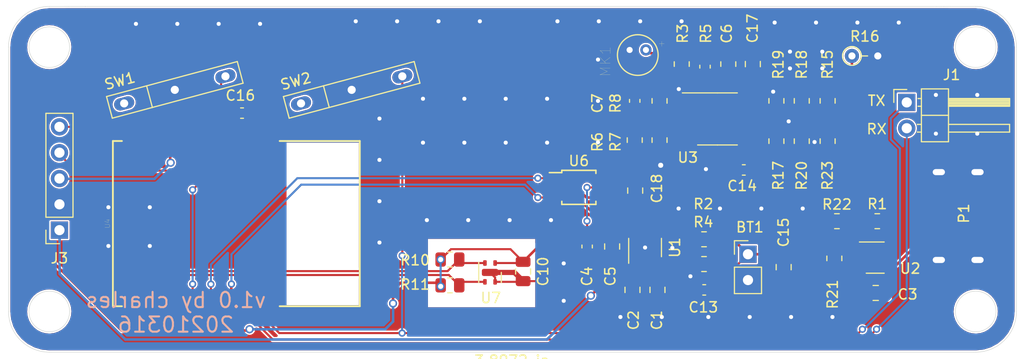
<source format=kicad_pcb>
(kicad_pcb (version 20171130) (host pcbnew "(5.1.9)-1")
  (title_block (date 2021-03-14) (rev v1.0))
  (layers (0 F.Cu signal) (31 B.Cu signal) (34 B.Paste user) (35 F.Paste user) (36 B.SilkS user) (37 F.SilkS user hide) (38 B.Mask user) (39 F.Mask user) (44 Edge.Cuts user))
  (net 0 "")
  (net 1 GND)
  (net 2 +BATT)
  (net 3 +5V)
  (net 4 +3V3)
  (net 5 "Net-(C6-Pad2)")
  (net 6 /RXD)
  (net 7 /TXD)
  (net 8 /SPI_MOSI)
  (net 9 /SPI_CLK)
  (net 10 /SPI_CS)
  (net 11 "Net-(R1-Pad1)")
  (net 12 /I2C_SCL)
  (net 13 /I2C_SDA)
  (net 14 "Net-(R21-Pad2)")
  (net 15 "Net-(SW1-Pad2)")
  (net 16 /CHARG)
  (net 17 /ADC_IN)
  (net 18 /ADC_CTRL_IN2)
  (net 19 /ADC_CTRL_IN1)
  (net 20 "Net-(R22-Pad2)")
  (net 21 "Net-(C6-Pad1)")
  (net 22 "Net-(C7-Pad2)")
  (net 23 /ADC_MIC)
  (net 24 /ADC_BATT)
  (net 25 /ADC_LUX)
  (net 26 "Net-(R5-Pad1)")
  (net 27 "Net-(R6-Pad2)")
  (net 28 "Net-(R15-Pad2)")
  (net 29 "Net-(R17-Pad1)")
  (net 30 "Net-(R18-Pad2)")
  (net 31 /COM2)
  (module Resistor_SMD:R_0805_2012Metric (layer F.Cu) (at 74.676 92.583)
    (fp_text reference R10 (at -3.42828 0.06836) (layer F.SilkS))
    (fp_text value 4.7k)
    (pad 2 smd roundrect (at 0.9125 0) (size 1.025 1.4) (layers F.Cu F.Paste F.Mask) (roundrect_rratio 0.2439004878048781) (net 12 /I2C_SCL))
    (pad 1 smd roundrect (at -0.9125 0) (size 1.025 1.4) (layers F.Cu F.Paste F.Mask) (roundrect_rratio 0.2439004878048781) (net 4 +3V3))
  )
  (module Sensor_Humidity:Sensirion_DFN-4-1EP_2x2mm_P1mm_EP0.7x1.6mm (layer F.Cu) (at 78.613 93.853 270)
    (fp_text reference U7 (at 2.50676 -0.07692 180) (layer F.SilkS))
    (fp_text value SHTC3)
    (pad 5 smd roundrect (at 0 0 270) (size 0.7 1.6) (layers F.Cu F.Mask) (net 1 GND))
    (pad 4 smd roundrect (at 0.925 -0.5 270) (size 0.55 0.35) (layers F.Cu F.Mask) (net 1 GND))
    (pad 3 smd roundrect (at 0.925 0.5 270) (size 0.55 0.35) (layers F.Cu F.Mask) (net 13 /I2C_SDA))
    (pad 2 smd roundrect (at -0.925 0.5 270) (size 0.55 0.35) (layers F.Cu F.Mask) (net 12 /I2C_SCL))
    (pad 1 smd roundrect (at -0.925 -0.5 270) (size 0.55 0.35) (layers F.Cu F.Mask) (net 4 +3V3))
  )
  (module "user footprint:SW_Push_Mouse_Click" (layer F.Cu) (at 65.024 75.8952 15)
    (fp_text reference SW2 (at -5.08 -2.23876 15) (layer F.SilkS))
    (fp_text value SW_Push_SPDT)
    (pad 2 thru_hole oval (at 5.15 0 15) (size 2 1.2) (drill 0.8) (layers *.Cu *.Mask) (net 7 /TXD))
    (pad 3 thru_hole oval (at 0 0 15) (size 2 1.2) (drill 0.8) (layers *.Cu *.Mask) (net 1 GND))
    (pad 1 thru_hole oval (at -5.15 0 15) (size 2 1.2) (drill 0.8) (layers *.Cu *.Mask))
  )
  (module "user footprint:ESP-12S" (layer F.Cu) (at 53.6956 89.0524 270)
    (fp_text reference U4 (at 0 12.6588 90) (layer F.SilkS) (effects (font (size 0.48 0.48) (thickness 0.015))))
    (fp_text value ESP-12S)
    (pad 1 smd rect (at -8 -3.5 270) (size 2.6 1.1) (layers F.Cu F.Paste F.Mask))
    (pad 2 smd rect (at -8 -1.5 270) (size 2.6 1.1) (layers F.Cu F.Paste F.Mask) (net 17 /ADC_IN))
    (pad 3 smd rect (at -8 0.5 270) (size 2.6 1.1) (layers F.Cu F.Paste F.Mask))
    (pad 4 smd rect (at -8 2.5 270) (size 2.6 1.1) (layers F.Cu F.Paste F.Mask) (net 16 /CHARG))
    (pad 5 smd rect (at -8 4.5 270) (size 2.6 1.1) (layers F.Cu F.Paste F.Mask) (net 9 /SPI_CLK))
    (pad 6 smd rect (at -8 6.5 270) (size 2.6 1.1) (layers F.Cu F.Paste F.Mask) (net 10 /SPI_CS))
    (pad 7 smd rect (at -8 8.5 270) (size 2.6 1.1) (layers F.Cu F.Paste F.Mask) (net 8 /SPI_MOSI))
    (pad 8 smd rect (at -8 10.5 270) (size 2.6 1.1) (layers F.Cu F.Paste F.Mask) (net 4 +3V3))
    (pad 9 smd rect (at 8 10.5 270) (size 2.6 1.1) (layers F.Cu F.Paste F.Mask) (net 1 GND))
    (pad 10 smd rect (at 8 8.5 270) (size 2.6 1.1) (layers F.Cu F.Paste F.Mask) (net 12 /I2C_SCL))
    (pad 11 smd rect (at 8 6.5 270) (size 2.6 1.1) (layers F.Cu F.Paste F.Mask) (net 13 /I2C_SDA))
    (pad 12 smd rect (at 8 4.5 270) (size 2.6 1.1) (layers F.Cu F.Paste F.Mask) (net 15 "Net-(SW1-Pad2)"))
    (pad 13 smd rect (at 8 2.5 270) (size 2.6 1.1) (layers F.Cu F.Paste F.Mask) (net 19 /ADC_CTRL_IN1))
    (pad 14 smd rect (at 8 0.5 270) (size 2.6 1.1) (layers F.Cu F.Paste F.Mask) (net 18 /ADC_CTRL_IN2))
    (pad 15 smd rect (at 8 -1.5 270) (size 2.6 1.1) (layers F.Cu F.Paste F.Mask) (net 6 /RXD))
    (pad 16 smd rect (at 8 -3.5 270) (size 2.6 1.1) (layers F.Cu F.Paste F.Mask) (net 7 /TXD))
    (pad P$1 smd rect (at 0 1.2 270) (size 3.2 3.2) (layers F.Cu F.Mask) (net 1 GND))
  )
  (module "user footprint:SW_Push_Mouse_Click" (layer F.Cu) (at 47.6504 75.8952 15)
    (fp_text reference SW1 (at -4.98892 -2.23876 15) (layer F.SilkS))
    (fp_text value SW_BOOT)
    (pad 2 thru_hole oval (at 5.15 0 15) (size 2 1.2) (drill 0.8) (layers *.Cu *.Mask) (net 15 "Net-(SW1-Pad2)"))
    (pad 3 thru_hole oval (at 0 0 15) (size 2 1.2) (drill 0.8) (layers *.Cu *.Mask) (net 1 GND))
    (pad 1 thru_hole oval (at -5.15 0 15) (size 2 1.2) (drill 0.8) (layers *.Cu *.Mask))
  )
  (module "user footprint:MIC_CMC_4.5x2.2mm" (layer F.Cu) (at 93.12692 72.46976 90)
    (fp_text reference MK1 (at -0.635195 -3.176015 90) (layer F.SilkS) (effects (font (size 1.000323 1.000323) (thickness 0.015))))
    (fp_text value Microphone_Condenser)
    (fp_text user + (at 1.10053 2.3011 90) (layer F.SilkS) (effects (font (size 0.640307 0.640307) (thickness 0.015))))
    (pad 2 thru_hole circle (at 0.5 0.8 90) (size 1.108 1.108) (drill 0.6) (layers *.Cu *.Mask) (net 5 "Net-(C6-Pad2)"))
    (pad 1 thru_hole circle (at 0.5 -0.8 90) (size 1.108 1.108) (drill 0.6) (layers *.Cu *.Mask) (net 1 GND))
  )
  (module Resistor_SMD:R_0805_2012Metric (layer F.Cu) (at 97.44492 73.35876 90)
    (fp_text reference R3 (at 3.00076 0.09108 90) (layer F.SilkS))
    (fp_text value R)
    (pad 2 smd roundrect (at 0.9125 0 90) (size 1.025 1.4) (layers F.Cu F.Paste F.Mask) (roundrect_rratio 0.2439004878048781) (net 5 "Net-(C6-Pad2)"))
    (pad 1 smd roundrect (at -0.9125 0 90) (size 1.025 1.4) (layers F.Cu F.Paste F.Mask) (roundrect_rratio 0.2439004878048781) (net 4 +3V3))
  )
  (module Capacitor_SMD:C_0805_2012Metric (layer F.Cu) (at 92.87292 85.80476 270)
    (fp_text reference C18 (at -0.20676 -2.12308 90) (layer F.SilkS))
    (fp_text value C)
    (pad 2 smd roundrect (at 0.95 0 270) (size 1 1.45) (layers F.Cu F.Paste F.Mask) (net 1 GND))
    (pad 1 smd roundrect (at -0.95 0 270) (size 1 1.45) (layers F.Cu F.Paste F.Mask) (net 4 +3V3))
  )
  (module Capacitor_SMD:C_0805_2012Metric (layer F.Cu) (at 104.42992 73.35876 90)
    (fp_text reference C17 (at 3.50876 -0.03592 90) (layer F.SilkS))
    (fp_text value C)
    (pad 2 smd roundrect (at 0.95 0 90) (size 1 1.45) (layers F.Cu F.Paste F.Mask) (net 1 GND))
    (pad 1 smd roundrect (at -0.95 0 90) (size 1 1.45) (layers F.Cu F.Paste F.Mask) (net 4 +3V3))
  )
  (module Capacitor_SMD:C_0603_1608Metric (layer F.Cu) (at 99.73092 73.61276 270)
    (fp_text reference C6 (at -3.25476 -2.12308 90) (layer F.SilkS))
    (fp_text value C)
    (pad 2 smd roundrect (at 0.775 0 270) (size 0.9 0.95) (layers F.Cu F.Paste F.Mask) (net 5 "Net-(C6-Pad2)"))
    (pad 1 smd roundrect (at -0.775 0 270) (size 0.9 0.95) (layers F.Cu F.Paste F.Mask) (net 21 "Net-(C6-Pad1)"))
  )
  (module Package_SO:SOIC-8_3.9x4.9mm_P1.27mm (layer F.Cu) (at 100.9544 78.7548)
    (fp_text reference U3 (at -2.9104 3.7952) (layer F.SilkS))
    (fp_text value LM358)
    (pad 8 smd roundrect (at 2.475 -1.905) (size 1.95 0.6) (layers F.Cu F.Paste F.Mask) (net 4 +3V3))
    (pad 7 smd roundrect (at 2.475 -0.635) (size 1.95 0.6) (layers F.Cu F.Paste F.Mask) (net 25 /ADC_LUX))
    (pad 6 smd roundrect (at 2.475 0.635) (size 1.95 0.6) (layers F.Cu F.Paste F.Mask) (net 30 "Net-(R18-Pad2)"))
    (pad 5 smd roundrect (at 2.475 1.905) (size 1.95 0.6) (layers F.Cu F.Paste F.Mask) (net 29 "Net-(R17-Pad1)"))
    (pad 4 smd roundrect (at -2.475 1.905) (size 1.95 0.6) (layers F.Cu F.Paste F.Mask) (net 1 GND))
    (pad 3 smd roundrect (at -2.475 0.635) (size 1.95 0.6) (layers F.Cu F.Paste F.Mask) (net 27 "Net-(R6-Pad2)"))
    (pad 2 smd roundrect (at -2.475 -0.635) (size 1.95 0.6) (layers F.Cu F.Paste F.Mask) (net 26 "Net-(R5-Pad1)"))
    (pad 1 smd roundrect (at -2.475 -1.905) (size 1.95 0.6) (layers F.Cu F.Paste F.Mask) (net 22 "Net-(C7-Pad2)"))
  )
  (module Capacitor_SMD:C_0603_1608Metric (layer F.Cu) (at 54.2544 78.1812 180)
    (fp_text reference C16 (at 0.16292 1.73076) (layer F.SilkS))
    (fp_text value C)
    (pad 2 smd roundrect (at 0.775 0 180) (size 0.9 0.95) (layers F.Cu F.Paste F.Mask) (net 1 GND))
    (pad 1 smd roundrect (at -0.775 0 180) (size 0.9 0.95) (layers F.Cu F.Paste F.Mask) (net 17 /ADC_IN))
  )
  (module Capacitor_SMD:C_0603_1608Metric (layer F.Cu) (at 99.6536 95.5696 180)
    (fp_text reference C13 (at 0.0856 -1.7124) (layer F.SilkS))
    (fp_text value 10nF)
    (pad 2 smd roundrect (at 0.775 0 180) (size 0.9 0.95) (layers F.Cu F.Paste F.Mask) (net 1 GND))
    (pad 1 smd roundrect (at -0.775 0 180) (size 0.9 0.95) (layers F.Cu F.Paste F.Mask) (net 24 /ADC_BATT))
  )
  (module Capacitor_SMD:C_0603_1608Metric (layer F.Cu) (at 103.54092 83.77276)
    (fp_text reference C14 (at -0.16292 1.57124) (layer F.SilkS))
    (fp_text value C)
    (pad 2 smd roundrect (at 0.775 0) (size 0.9 0.95) (layers F.Cu F.Paste F.Mask) (net 1 GND))
    (pad 1 smd roundrect (at -0.775 0) (size 0.9 0.95) (layers F.Cu F.Paste F.Mask) (net 25 /ADC_LUX))
  )
  (module Capacitor_SMD:C_0603_1608Metric (layer F.Cu) (at 92.8264 76.9768 90)
    (fp_text reference C7 (at -0.2392 -3.6724 90) (layer F.SilkS))
    (fp_text value C)
    (pad 2 smd roundrect (at 0.775 0 90) (size 0.9 0.95) (layers F.Cu F.Paste F.Mask) (net 22 "Net-(C7-Pad2)"))
    (pad 1 smd roundrect (at -0.775 0 90) (size 0.9 0.95) (layers F.Cu F.Paste F.Mask) (net 23 /ADC_MIC))
  )
  (module Capacitor_SMD:C_0603_1608Metric (layer F.Cu) (at 88.1528 91.3024 270)
    (fp_text reference C4 (at 2.9316 0.0148 90) (layer F.SilkS))
    (fp_text value 0.1uF)
    (pad 2 smd roundrect (at 0.775 0 270) (size 0.9 0.95) (layers F.Cu F.Paste F.Mask) (net 1 GND))
    (pad 1 smd roundrect (at -0.775 0 270) (size 0.9 0.95) (layers F.Cu F.Paste F.Mask) (net 4 +3V3))
  )
  (module Resistor_THT:R_Axial_DIN0204_L3.6mm_D1.6mm_P2.54mm_Vertical (layer F.Cu) (at 114.1624 72.5572)
    (fp_text reference R16 (at 1.27 -1.92) (layer F.SilkS))
    (fp_text value R_PHOTO)
    (pad 2 thru_hole oval (at 2.54 0) (size 1.4 1.4) (drill 0.7) (layers *.Cu *.Mask) (net 1 GND))
    (pad 1 thru_hole circle (at 0 0) (size 1.4 1.4) (drill 0.7) (layers *.Cu *.Mask) (net 28 "Net-(R15-Pad2)"))
  )
  (module Connector_PinHeader_2.54mm:PinHeader_1x02_P2.54mm_Horizontal (layer F.Cu) (at 119.5472 77.1292)
    (fp_text reference J1 (at 4.4048 -2.7072) (layer F.SilkS))
    (fp_text value Conn_01x02_Male)
    (pad 2 thru_hole oval (at 0 2.54) (size 1.7 1.7) (drill 1) (layers *.Cu *.Mask) (net 6 /RXD))
    (pad 1 thru_hole rect (at 0 0) (size 1.7 1.7) (drill 1) (layers *.Cu *.Mask) (net 7 /TXD))
  )
  (module Connector_PinHeader_2.54mm:PinHeader_1x02_P2.54mm_Vertical (layer F.Cu) (at 103.9516 92.0644)
    (fp_text reference BT1 (at 0.1884 -2.6564) (layer F.SilkS))
    (fp_text value Battery_Cell)
    (pad 2 thru_hole oval (at 0 2.54) (size 1.7 1.7) (drill 1) (layers *.Cu *.Mask) (net 1 GND))
    (pad 1 thru_hole rect (at 0 0) (size 1.7 1.7) (drill 1) (layers *.Cu *.Mask) (net 2 +BATT))
  )
  (module Resistor_SMD:R_0805_2012Metric (layer F.Cu) (at 111.7748 80.9373 90)
    (fp_text reference R23 (at -3.3907 -0.0148 90) (layer F.SilkS))
    (fp_text value 100)
    (pad 2 smd roundrect (at 0.9125 0 90) (size 1.025 1.4) (layers F.Cu F.Paste F.Mask) (roundrect_rratio 0.2439004878048781) (net 28 "Net-(R15-Pad2)"))
    (pad 1 smd roundrect (at -0.9125 0 90) (size 1.025 1.4) (layers F.Cu F.Paste F.Mask) (roundrect_rratio 0.2439004878048781) (net 25 /ADC_LUX))
  )
  (module Connector_PinSocket_2.54mm:PinSocket_1x05_P2.54mm_Vertical (layer F.Cu) (at 36.3208 89.6936 180)
    (fp_text reference J3 (at 0 -2.77) (layer F.SilkS))
    (fp_text value Conn_01x05_Female)
    (pad 5 thru_hole oval (at 0 10.16 180) (size 1.7 1.7) (drill 1) (layers *.Cu *.Mask) (net 8 /SPI_MOSI))
    (pad 4 thru_hole oval (at 0 7.62 180) (size 1.7 1.7) (drill 1) (layers *.Cu *.Mask) (net 9 /SPI_CLK))
    (pad 3 thru_hole oval (at 0 5.08 180) (size 1.7 1.7) (drill 1) (layers *.Cu *.Mask) (net 10 /SPI_CS))
    (pad 2 thru_hole oval (at 0 2.54 180) (size 1.7 1.7) (drill 1) (layers *.Cu *.Mask) (net 1 GND))
    (pad 1 thru_hole rect (at 0 0 180) (size 1.7 1.7) (drill 1) (layers *.Cu *.Mask) (net 2 +BATT))
  )
  (module Package_SO:MSOP-10_3x3mm_P0.5mm (layer F.Cu) (at 87.34 85.4858)
    (fp_text reference U6 (at 0 -2.6) (layer F.SilkS))
    (fp_text value SGM3002_XMS)
    (pad 10 smd rect (at 2.2 -1) (size 1.4 0.3) (layers F.Cu F.Paste F.Mask) (net 17 /ADC_IN))
    (pad 9 smd rect (at 2.2 -0.5) (size 1.4 0.3) (layers F.Cu F.Paste F.Mask) (net 23 /ADC_MIC))
    (pad 8 smd rect (at 2.2 0) (size 1.4 0.3) (layers F.Cu F.Paste F.Mask) (net 4 +3V3))
    (pad 7 smd rect (at 2.2 0.5) (size 1.4 0.3) (layers F.Cu F.Paste F.Mask) (net 25 /ADC_LUX))
    (pad 6 smd rect (at 2.2 1) (size 1.4 0.3) (layers F.Cu F.Paste F.Mask) (net 31 /COM2))
    (pad 5 smd rect (at -2.2 1) (size 1.4 0.3) (layers F.Cu F.Paste F.Mask) (net 18 /ADC_CTRL_IN2))
    (pad 4 smd rect (at -2.2 0.5) (size 1.4 0.3) (layers F.Cu F.Paste F.Mask) (net 24 /ADC_BATT))
    (pad 3 smd rect (at -2.2 0) (size 1.4 0.3) (layers F.Cu F.Paste F.Mask) (net 1 GND))
    (pad 2 smd rect (at -2.2 -0.5) (size 1.4 0.3) (layers F.Cu F.Paste F.Mask) (net 31 /COM2))
    (pad 1 smd rect (at -2.2 -1) (size 1.4 0.3) (layers F.Cu F.Paste F.Mask) (net 19 /ADC_CTRL_IN1))
  )
  (module Resistor_SMD:R_0805_2012Metric (layer F.Cu) (at 106.7456 80.9392 270)
    (fp_text reference R20 (at 3.3888 -2.4744 90) (layer F.SilkS))
    (fp_text value R)
    (pad 2 smd roundrect (at 0.9125 0 270) (size 1.025 1.4) (layers F.Cu F.Paste F.Mask) (roundrect_rratio 0.2439004878048781) (net 29 "Net-(R17-Pad1)"))
    (pad 1 smd roundrect (at -0.9125 0 270) (size 1.025 1.4) (layers F.Cu F.Paste F.Mask) (roundrect_rratio 0.2439004878048781) (net 25 /ADC_LUX))
  )
  (module Resistor_SMD:R_0805_2012Metric (layer F.Cu) (at 106.7456 76.9768 90)
    (fp_text reference R19 (at 3.5708 0.1884 90) (layer F.SilkS))
    (fp_text value R)
    (pad 2 smd roundrect (at 0.9125 0 90) (size 1.025 1.4) (layers F.Cu F.Paste F.Mask) (roundrect_rratio 0.2439004878048781) (net 1 GND))
    (pad 1 smd roundrect (at -0.9125 0 90) (size 1.025 1.4) (layers F.Cu F.Paste F.Mask) (roundrect_rratio 0.2439004878048781) (net 30 "Net-(R18-Pad2)"))
  )
  (module Resistor_SMD:R_0805_2012Metric (layer F.Cu) (at 109.2348 76.9768 270)
    (fp_text reference R18 (at -3.5708 0.0148 90) (layer F.SilkS))
    (fp_text value R)
    (pad 2 smd roundrect (at 0.9125 0 270) (size 1.025 1.4) (layers F.Cu F.Paste F.Mask) (roundrect_rratio 0.2439004878048781) (net 30 "Net-(R18-Pad2)"))
    (pad 1 smd roundrect (at -0.9125 0 270) (size 1.025 1.4) (layers F.Cu F.Paste F.Mask) (roundrect_rratio 0.2439004878048781) (net 4 +3V3))
  )
  (module Resistor_SMD:R_0805_2012Metric (layer F.Cu) (at 109.2348 80.9392 90)
    (fp_text reference R17 (at -3.3888 -2.3008 90) (layer F.SilkS))
    (fp_text value R)
    (pad 2 smd roundrect (at 0.9125 0 90) (size 1.025 1.4) (layers F.Cu F.Paste F.Mask) (roundrect_rratio 0.2439004878048781) (net 28 "Net-(R15-Pad2)"))
    (pad 1 smd roundrect (at -0.9125 0 90) (size 1.025 1.4) (layers F.Cu F.Paste F.Mask) (roundrect_rratio 0.2439004878048781) (net 29 "Net-(R17-Pad1)"))
  )
  (module Resistor_SMD:R_0805_2012Metric (layer F.Cu) (at 111.7748 76.9768 270)
    (fp_text reference R15 (at -3.5708 0.0148 90) (layer F.SilkS))
    (fp_text value R)
    (pad 2 smd roundrect (at 0.9125 0 270) (size 1.025 1.4) (layers F.Cu F.Paste F.Mask) (roundrect_rratio 0.2439004878048781) (net 28 "Net-(R15-Pad2)"))
    (pad 1 smd roundrect (at -0.9125 0 270) (size 1.025 1.4) (layers F.Cu F.Paste F.Mask) (roundrect_rratio 0.2439004878048781) (net 4 +3V3))
  )
  (module Resistor_SMD:R_0805_2012Metric (layer F.Cu) (at 95.2648 76.9787 270)
    (fp_text reference R8 (at 0.2373 4.3328 90) (layer F.SilkS))
    (fp_text value R)
    (pad 2 smd roundrect (at 0.9125 0 270) (size 1.025 1.4) (layers F.Cu F.Paste F.Mask) (roundrect_rratio 0.2439004878048781) (net 26 "Net-(R5-Pad1)"))
    (pad 1 smd roundrect (at -0.9125 0 270) (size 1.025 1.4) (layers F.Cu F.Paste F.Mask) (roundrect_rratio 0.2439004878048781) (net 22 "Net-(C7-Pad2)"))
  )
  (module Resistor_SMD:R_0805_2012Metric (layer F.Cu) (at 95.2648 80.8376 270)
    (fp_text reference R7 (at 0.1884 4.3328 90) (layer F.SilkS))
    (fp_text value R)
    (pad 2 smd roundrect (at 0.9125 0 270) (size 1.025 1.4) (layers F.Cu F.Paste F.Mask) (roundrect_rratio 0.2439004878048781) (net 1 GND))
    (pad 1 smd roundrect (at -0.9125 0 270) (size 1.025 1.4) (layers F.Cu F.Paste F.Mask) (roundrect_rratio 0.2439004878048781) (net 27 "Net-(R6-Pad2)"))
  )
  (module Resistor_SMD:R_0805_2012Metric (layer F.Cu) (at 92.8264 80.8376 90)
    (fp_text reference R6 (at -0.1884 -3.6724 90) (layer F.SilkS))
    (fp_text value R)
    (pad 2 smd roundrect (at 0.9125 0 90) (size 1.025 1.4) (layers F.Cu F.Paste F.Mask) (roundrect_rratio 0.2439004878048781) (net 27 "Net-(R6-Pad2)"))
    (pad 1 smd roundrect (at -0.9125 0 90) (size 1.025 1.4) (layers F.Cu F.Paste F.Mask) (roundrect_rratio 0.2439004878048781) (net 4 +3V3))
  )
  (module Resistor_SMD:R_0805_2012Metric (layer F.Cu) (at 102.01692 73.35876 90)
    (fp_text reference R5 (at 3.00076 -2.19492 90) (layer F.SilkS))
    (fp_text value R)
    (pad 2 smd roundrect (at 0.9125 0 90) (size 1.025 1.4) (layers F.Cu F.Paste F.Mask) (roundrect_rratio 0.2439004878048781) (net 21 "Net-(C6-Pad1)"))
    (pad 1 smd roundrect (at -0.9125 0 90) (size 1.025 1.4) (layers F.Cu F.Paste F.Mask) (roundrect_rratio 0.2439004878048781) (net 26 "Net-(R5-Pad1)"))
  )
  (module Resistor_SMD:R_0805_2012Metric (layer F.Cu) (at 99.6336 93.0296 180)
    (fp_text reference R4 (at 0.0656 4.1296) (layer F.SilkS))
    (fp_text value 10k)
    (pad 2 smd roundrect (at 0.9125 0 180) (size 1.025 1.4) (layers F.Cu F.Paste F.Mask) (roundrect_rratio 0.2439004878048781) (net 1 GND))
    (pad 1 smd roundrect (at -0.9125 0 180) (size 1.025 1.4) (layers F.Cu F.Paste F.Mask) (roundrect_rratio 0.2439004878048781) (net 24 /ADC_BATT))
  )
  (module Resistor_SMD:R_0805_2012Metric (layer F.Cu) (at 99.6336 90.5912)
    (fp_text reference R2 (at -0.0656 -3.4692) (layer F.SilkS))
    (fp_text value 20k)
    (pad 2 smd roundrect (at 0.9125 0) (size 1.025 1.4) (layers F.Cu F.Paste F.Mask) (roundrect_rratio 0.2439004878048781) (net 2 +BATT))
    (pad 1 smd roundrect (at -0.9125 0) (size 1.025 1.4) (layers F.Cu F.Paste F.Mask) (roundrect_rratio 0.2439004878048781) (net 24 /ADC_BATT))
  )
  (module Package_TO_SOT_SMD:SOT-23-5 (layer F.Cu) (at 93.8424 91.404 90)
    (fp_text reference U1 (at 0 2.9316 90) (layer F.SilkS))
    (fp_text value SPX3819M5-L-3-3)
    (pad 5 smd rect (at 1.1 -0.95 90) (size 1.06 0.65) (layers F.Cu F.Paste F.Mask) (net 4 +3V3))
    (pad 4 smd rect (at 1.1 0.95 90) (size 1.06 0.65) (layers F.Cu F.Paste F.Mask))
    (pad 3 smd rect (at -1.1 0.95 90) (size 1.06 0.65) (layers F.Cu F.Paste F.Mask) (net 2 +BATT))
    (pad 2 smd rect (at -1.1 0 90) (size 1.06 0.65) (layers F.Cu F.Paste F.Mask) (net 1 GND))
    (pad 1 smd rect (at -1.1 -0.95 90) (size 1.06 0.65) (layers F.Cu F.Paste F.Mask) (net 2 +BATT))
  )
  (module Package_TO_SOT_SMD:TSOT-23-5 (layer F.Cu) (at 116.4484 92.3692)
    (fp_text reference U2 (at 3.4396 1.1028) (layer F.SilkS))
    (fp_text value LTC4054ES5-4.2)
    (pad 5 smd rect (at 1.31 -0.95) (size 1.22 0.65) (layers F.Cu F.Paste F.Mask) (net 11 "Net-(R1-Pad1)"))
    (pad 4 smd rect (at 1.31 0.95) (size 1.22 0.65) (layers F.Cu F.Paste F.Mask) (net 3 +5V))
    (pad 3 smd rect (at -1.31 0.95) (size 1.22 0.65) (layers F.Cu F.Paste F.Mask) (net 14 "Net-(R21-Pad2)"))
    (pad 2 smd rect (at -1.31 0) (size 1.22 0.65) (layers F.Cu F.Paste F.Mask) (net 1 GND))
    (pad 1 smd rect (at -1.31 -0.95) (size 1.22 0.65) (layers F.Cu F.Paste F.Mask) (net 20 "Net-(R22-Pad2)"))
  )
  (module Resistor_SMD:R_0805_2012Metric (layer F.Cu) (at 112.6892 88.8132)
    (fp_text reference R22 (at 0 -1.65) (layer F.SilkS))
    (fp_text value 10k)
    (pad 2 smd roundrect (at 0.9125 0) (size 1.025 1.4) (layers F.Cu F.Paste F.Mask) (roundrect_rratio 0.2439004878048781) (net 20 "Net-(R22-Pad2)"))
    (pad 1 smd roundrect (at -0.9125 0) (size 1.025 1.4) (layers F.Cu F.Paste F.Mask) (roundrect_rratio 0.2439004878048781) (net 16 /CHARG))
  )
  (module "user footprint:USB_C_6PIN_POWER" (layer F.Cu) (at 129.0976 88.3052 90)
    (fp_text reference P1 (at 0.254 -3.937 90) (layer F.SilkS))
    (fp_text value USB_C_6PIN_POWER hide)
    (pad S1 thru_hole oval (at 4.32 -2.6 270) (size 1.1 1.7) (drill oval 0.6 1.2) (layers *.Cu *.Mask) (net 1 GND))
    (pad S1 thru_hole oval (at -4.32 -2.6 270) (size 1.1 1.7) (drill oval 0.6 1.2) (layers *.Cu *.Mask) (net 1 GND))
    (pad S1 thru_hole oval (at -4.32 -6.4 270) (size 1.1 1.7) (drill oval 0.6 1.2) (layers *.Cu *.Mask) (net 1 GND))
    (pad S1 thru_hole oval (at 4.32 -6.4 270) (size 1.1 1.7) (drill oval 0.6 1.2) (layers *.Cu *.Mask) (net 1 GND))
    (pad A5 smd rect (at -0.5 -6.4 270) (size 0.7 1.2) (layers F.Cu F.Paste F.Mask))
    (pad B5 smd rect (at 0.5 -6.4 270) (size 0.7 1.2) (layers F.Cu F.Paste F.Mask))
    (pad B9 smd rect (at -1.5 -6.4 90) (size 0.76 1.2) (layers F.Cu F.Paste F.Mask) (net 3 +5V))
    (pad B12 smd rect (at -2.75 -6.4 90) (size 0.8 1.2) (layers F.Cu F.Paste F.Mask) (net 1 GND))
    (pad A9 smd rect (at 1.5 -6.4 90) (size 0.76 1.2) (layers F.Cu F.Paste F.Mask) (net 3 +5V))
    (pad A12 smd rect (at 2.75 -6.4 90) (size 0.8 1.2) (layers F.Cu F.Paste F.Mask) (net 1 GND))
  )
  (module Resistor_SMD:R_0805_2012Metric (layer F.Cu) (at 112.4352 92.4708 270)
    (fp_text reference R21 (at 3.5412 0.1672 90) (layer F.SilkS))
    (fp_text value 0)
    (pad 2 smd roundrect (at 0.9125 0 270) (size 1.025 1.4) (layers F.Cu F.Paste F.Mask) (roundrect_rratio 0.2439004878048781) (net 14 "Net-(R21-Pad2)"))
    (pad 1 smd roundrect (at -0.9125 0 270) (size 1.025 1.4) (layers F.Cu F.Paste F.Mask) (roundrect_rratio 0.2439004878048781) (net 2 +BATT))
  )
  (module Resistor_SMD:R_0805_2012Metric (layer F.Cu) (at 74.676 95.123)
    (fp_text reference R11 (at -3.42828 -0.08404) (layer F.SilkS))
    (fp_text value 4.7k)
    (pad 2 smd roundrect (at 0.9125 0) (size 1.025 1.4) (layers F.Cu F.Paste F.Mask) (roundrect_rratio 0.2439004878048781) (net 13 /I2C_SDA))
    (pad 1 smd roundrect (at -0.9125 0) (size 1.025 1.4) (layers F.Cu F.Paste F.Mask) (roundrect_rratio 0.2439004878048781) (net 4 +3V3))
  )
  (module Resistor_SMD:R_0805_2012Metric (layer F.Cu) (at 116.6516 88.8132 180)
    (fp_text reference R1 (at 0 1.6912) (layer F.SilkS))
    (fp_text value 2k)
    (pad 2 smd roundrect (at 0.9125 0 180) (size 1.025 1.4) (layers F.Cu F.Paste F.Mask) (roundrect_rratio 0.2439004878048781) (net 1 GND))
    (pad 1 smd roundrect (at -0.9125 0 180) (size 1.025 1.4) (layers F.Cu F.Paste F.Mask) (roundrect_rratio 0.2439004878048781) (net 11 "Net-(R1-Pad1)"))
  )
  (module Capacitor_SMD:C_0805_2012Metric (layer F.Cu) (at 107.4568 93.3344 270)
    (fp_text reference C15 (at -3.4184 0.0148 90) (layer F.SilkS))
    (fp_text value 200uF)
    (pad 2 smd roundrect (at 0.95 0 270) (size 1 1.45) (layers F.Cu F.Paste F.Mask) (net 1 GND))
    (pad 1 smd roundrect (at -0.95 0 270) (size 1 1.45) (layers F.Cu F.Paste F.Mask) (net 2 +BATT))
  )
  (module Capacitor_SMD:C_0805_2012Metric (layer F.Cu) (at 81.86348 93.75924 270)
    (fp_text reference C10 (at 0 -1.95652 90) (layer F.SilkS))
    (fp_text value 100nF)
    (pad 2 smd roundrect (at 0.95 0 270) (size 1 1.45) (layers F.Cu F.Paste F.Mask) (net 1 GND))
    (pad 1 smd roundrect (at -0.95 0 270) (size 1 1.45) (layers F.Cu F.Paste F.Mask) (net 4 +3V3))
  )
  (module Capacitor_SMD:C_0805_2012Metric (layer F.Cu) (at 90.608134 91.3024 270)
    (fp_text reference C5 (at 2.9316 0.184134 90) (layer F.SilkS))
    (fp_text value 100uF)
    (pad 2 smd roundrect (at 0.95 0 270) (size 1 1.45) (layers F.Cu F.Paste F.Mask) (net 1 GND))
    (pad 1 smd roundrect (at -0.95 0 270) (size 1 1.45) (layers F.Cu F.Paste F.Mask) (net 4 +3V3))
  )
  (module Capacitor_SMD:C_0805_2012Metric (layer F.Cu) (at 116.4992 95.8744 180)
    (fp_text reference C3 (at -3.1348 -0.1376) (layer F.SilkS))
    (fp_text value 1uF)
    (pad 2 smd roundrect (at 0.95 0 180) (size 1 1.45) (layers F.Cu F.Paste F.Mask) (net 1 GND))
    (pad 1 smd roundrect (at -0.95 0 180) (size 1 1.45) (layers F.Cu F.Paste F.Mask) (net 3 +5V))
  )
  (module Capacitor_SMD:C_0805_2012Metric (layer F.Cu) (at 92.606267 95.5696 270)
    (fp_text reference C2 (at 2.9824 -0.103733 90) (layer F.SilkS))
    (fp_text value 0.1uF)
    (pad 2 smd roundrect (at 0.95 0 270) (size 1 1.45) (layers F.Cu F.Paste F.Mask) (net 1 GND))
    (pad 1 smd roundrect (at -0.95 0 270) (size 1 1.45) (layers F.Cu F.Paste F.Mask) (net 2 +BATT))
  )
  (module Capacitor_SMD:C_0805_2012Metric (layer F.Cu) (at 95.0616 95.5696 270)
    (fp_text reference C1 (at 2.9824 0.0656 90) (layer F.SilkS))
    (fp_text value 100uF)
    (pad 2 smd roundrect (at 0.95 0 270) (size 1 1.45) (layers F.Cu F.Paste F.Mask) (net 1 GND))
    (pad 1 smd roundrect (at -0.95 0 270) (size 1 1.45) (layers F.Cu F.Paste F.Mask) (net 2 +BATT))
  )
  (gr_text "v1.0 by charles\n20210316" (at 47.752 97.79) (layer B.SilkS) (effects (font (size 1.5 1.5) (thickness 0.2)) (justify mirror)))
  (gr_line (start 122.428 67.691) (end 123.19 67.691) (layer Edge.Cuts) (width 0.05))
  (gr_line (start 37.211 67.691) (end 38.862 67.691) (layer Edge.Cuts) (width 0.05))
  (gr_text TX (at 116.586 76.962) (layer F.SilkS) (effects (font (size 1 1))))
  (gr_text RX (at 116.586 79.756) (layer F.SilkS) (effects (font (size 1 1))))
  (gr_line (start 126.3208 67.6936) (end 123.19 67.691) (layer Edge.Cuts) (width 0.05))
  (gr_line (start 37.211 67.691) (end 35.3208 67.6936) (layer Edge.Cuts) (width 0.05))
  (gr_line (start 38.862 67.691) (end 38.862 67.691) (layer Edge.Cuts) (width 0.05))
  (dimension 98.990032 (width 0.12) (layer F.SilkS) (gr_text "98.990 mm" (at 80.773946 104.94176 0.04630428693) (layer F.SilkS) (effects (font (size 1 1) (thickness 0.15)))) (feature1 (pts (xy 130.26792 103.631728) (xy 130.268394 104.218181))) (feature2 (pts (xy 31.27792 103.711728) (xy 31.278394 104.298181))) (crossbar (pts (xy 31.27792 103.71176) (xy 130.26792 103.63176))) (arrow1a (pts (xy 130.26792 103.63176) (xy 129.141891 104.219091))) (arrow1b (pts (xy 130.26792 103.63176) (xy 129.140943 103.04625))) (arrow2a (pts (xy 31.27792 103.71176) (xy 32.404897 104.29727))) (arrow2b (pts (xy 31.27792 103.71176) (xy 32.403949 103.124429))))
  (gr_arc (start 126.3208 71.6936) (end 124.3208 71.6936) (angle 360) (layer Edge.Cuts) (width 0.05))
  (gr_arc (start 35.3208 71.6936) (end 33.3208 71.6936) (angle 360) (layer Edge.Cuts) (width 0.05))
  (gr_arc (start 35.3208 97.6936) (end 33.3208 97.6936) (angle 360) (layer Edge.Cuts) (width 0.05))
  (gr_arc (start 126.3208 97.6936) (end 124.3208 97.6936) (angle 360) (layer Edge.Cuts) (width 0.05))
  (gr_line (start 130.3208 71.6936) (end 130.3208 97.6936) (layer Edge.Cuts) (width 0.05))
  (gr_arc (start 126.3208 71.6936) (end 126.3208 67.6936) (angle 90) (layer Edge.Cuts) (width 0.05))
  (gr_arc (start 35.3208 97.6936) (end 35.3208 101.6936) (angle 90) (layer Edge.Cuts) (width 0.05))
  (gr_line (start 38.862 67.691) (end 122.428 67.691) (layer Edge.Cuts) (width 0.05))
  (gr_arc (start 126.3208 97.6936) (end 130.3208 97.6936) (angle 90) (layer Edge.Cuts) (width 0.05))
  (gr_arc (start 35.3208 71.6936) (end 31.3208 71.6936) (angle 90) (layer Edge.Cuts) (width 0.05))
  (gr_line (start 35.3208 101.6936) (end 126.3208 101.6936) (layer Edge.Cuts) (width 0.05))
  (gr_line (start 31.3208 71.6936) (end 31.3208 97.6936) (layer Edge.Cuts) (width 0.05))
  (segment (start 79.113 94.353) (end 78.613 93.853) (width 0.2032) (layer F.Cu) (net 1))
  (segment (start 79.113 94.778) (end 79.113 94.353) (width 0.2032) (layer F.Cu) (net 1))
  (segment (start 81.79472 94.778) (end 81.86348 94.70924) (width 0.2032) (layer F.Cu) (net 1))
  (segment (start 79.113 94.778) (end 81.79472 94.778) (width 0.2032) (layer F.Cu) (net 1))
  (via (at 95.377 83.312) (size 0.8) (drill 0.5) (layers F.Cu B.Cu) (net 1))
  (segment (start 95.2648 83.1998) (end 95.377 83.312) (width 0.2032) (layer F.Cu) (net 1))
  (segment (start 95.2648 81.7501) (end 95.2648 83.1998) (width 0.2032) (layer F.Cu) (net 1))
  (via (at 108.077 72.136) (size 0.7) (drill 0.4) (layers F.Cu B.Cu) (net 1))
  (via (at 111.252 72.136) (size 0.7) (drill 0.4) (layers F.Cu B.Cu) (net 1))
  (via (at 108.077 73.787) (size 0.7) (drill 0.4) (layers F.Cu B.Cu) (net 1))
  (via (at 111.252 73.787) (size 0.7) (drill 0.4) (layers F.Cu B.Cu) (net 1))
  (via (at 112.2492 98.2366) (size 0.7) (drill 0.4) (layers F.Cu B.Cu) (net 1))
  (via (at 108.1852 98.2366) (size 0.7) (drill 0.4) (layers F.Cu B.Cu) (net 1))
  (via (at 100.0572 98.2366) (size 0.7) (drill 0.4) (layers F.Cu B.Cu) (net 1))
  (via (at 104.1212 98.2366) (size 0.7) (drill 0.4) (layers F.Cu B.Cu) (net 1))
  (via (at 97.1362 87.5686) (size 0.7) (drill 0.4) (layers F.Cu B.Cu) (net 1))
  (via (at 109.3282 87.5686) (size 0.7) (drill 0.4) (layers F.Cu B.Cu) (net 1))
  (via (at 101.2002 87.5686) (size 0.7) (drill 0.4) (layers F.Cu B.Cu) (net 1))
  (via (at 105.2642 87.5686) (size 0.7) (drill 0.4) (layers F.Cu B.Cu) (net 1))
  (via (at 89.2196 81.0448) (size 0.7) (drill 0.4) (layers F.Cu B.Cu) (net 1))
  (via (at 89.2196 76.9808) (size 0.7) (drill 0.4) (layers F.Cu B.Cu) (net 1))
  (via (at 89.2196 72.9168) (size 0.7) (drill 0.4) (layers F.Cu B.Cu) (net 1))
  (via (at 56.0258 69.4034) (size 0.7) (drill 0.4) (layers F.Cu B.Cu) (net 1))
  (via (at 47.8978 69.4034) (size 0.7) (drill 0.4) (layers F.Cu B.Cu) (net 1))
  (via (at 43.8338 69.4034) (size 0.7) (drill 0.4) (layers F.Cu B.Cu) (net 1))
  (via (at 51.9618 69.4034) (size 0.7) (drill 0.4) (layers F.Cu B.Cu) (net 1))
  (via (at 73.5518 69.1494) (size 0.7) (drill 0.4) (layers F.Cu B.Cu) (net 1))
  (via (at 77.6158 69.1494) (size 0.7) (drill 0.4) (layers F.Cu B.Cu) (net 1))
  (via (at 69.4878 69.1494) (size 0.7) (drill 0.4) (layers F.Cu B.Cu) (net 1))
  (via (at 65.4238 69.1494) (size 0.7) (drill 0.4) (layers F.Cu B.Cu) (net 1))
  (via (at 93.3638 69.1494) (size 0.7) (drill 0.4) (layers F.Cu B.Cu) (net 1))
  (via (at 85.2358 69.1494) (size 0.7) (drill 0.4) (layers F.Cu B.Cu) (net 1))
  (via (at 89.2998 69.1494) (size 0.7) (drill 0.4) (layers F.Cu B.Cu) (net 1))
  (via (at 97.4278 69.1494) (size 0.7) (drill 0.4) (layers F.Cu B.Cu) (net 1))
  (via (at 110.6358 69.2764) (size 0.7) (drill 0.4) (layers F.Cu B.Cu) (net 1))
  (via (at 118.7638 69.2764) (size 0.7) (drill 0.4) (layers F.Cu B.Cu) (net 1))
  (via (at 114.6998 69.2764) (size 0.7) (drill 0.4) (layers F.Cu B.Cu) (net 1))
  (via (at 106.5718 69.2764) (size 0.7) (drill 0.4) (layers F.Cu B.Cu) (net 1))
  (via (at 80.1558 76.7694) (size 0.7) (drill 0.4) (layers F.Cu B.Cu) (net 1))
  (via (at 76.0918 76.7694) (size 0.7) (drill 0.4) (layers F.Cu B.Cu) (net 1))
  (via (at 84.2198 76.7694) (size 0.7) (drill 0.4) (layers F.Cu B.Cu) (net 1))
  (via (at 72.0278 76.7694) (size 0.7) (drill 0.4) (layers F.Cu B.Cu) (net 1))
  (via (at 84.2198 81.0874) (size 0.7) (drill 0.4) (layers F.Cu B.Cu) (net 1))
  (via (at 72.0278 81.0874) (size 0.7) (drill 0.4) (layers F.Cu B.Cu) (net 1))
  (via (at 76.0918 81.0874) (size 0.7) (drill 0.4) (layers F.Cu B.Cu) (net 1))
  (via (at 80.1558 81.0874) (size 0.7) (drill 0.4) (layers F.Cu B.Cu) (net 1))
  (via (at 80.5368 88.7074) (size 0.7) (drill 0.4) (layers F.Cu B.Cu) (net 1))
  (via (at 72.4088 88.7074) (size 0.7) (drill 0.4) (layers F.Cu B.Cu) (net 1))
  (via (at 84.6008 88.7074) (size 0.7) (drill 0.4) (layers F.Cu B.Cu) (net 1))
  (via (at 76.4728 88.7074) (size 0.7) (drill 0.4) (layers F.Cu B.Cu) (net 1))
  (via (at 67.7524 90.9132) (size 0.7) (drill 0.4) (layers F.Cu B.Cu) (net 1))
  (via (at 67.7524 78.7212) (size 0.7) (drill 0.4) (layers F.Cu B.Cu) (net 1))
  (via (at 67.7524 86.8492) (size 0.7) (drill 0.4) (layers F.Cu B.Cu) (net 1))
  (via (at 67.7524 82.7852) (size 0.7) (drill 0.4) (layers F.Cu B.Cu) (net 1))
  (via (at 41.1292 87.4416) (size 0.7) (drill 0.4) (layers F.Cu B.Cu) (net 1))
  (via (at 41.1292 91.2516) (size 0.7) (drill 0.4) (layers F.Cu B.Cu) (net 1))
  (via (at 45.1932 87.4416) (size 0.7) (drill 0.4) (layers F.Cu B.Cu) (net 1))
  (via (at 45.1932 91.2516) (size 0.7) (drill 0.4) (layers F.Cu B.Cu) (net 1))
  (via (at 85.852 92.964) (size 0.7) (drill 0.4) (layers F.Cu B.Cu) (net 1))
  (via (at 85.852 96.647) (size 0.7) (drill 0.4) (layers F.Cu B.Cu) (net 1))
  (via (at 98.298 94.234) (size 0.7) (drill 0.4) (layers F.Cu B.Cu) (net 1))
  (via (at 93.8424 91.404) (size 0.7) (drill 0.4) (layers F.Cu B.Cu) (net 1))
  (via (at 96.52 91.44) (size 0.7) (drill 0.4) (layers F.Cu B.Cu) (net 1))
  (via (at 91.4212 98.2366) (size 0.7) (drill 0.4) (layers F.Cu B.Cu) (net 1))
  (via (at 95.4852 98.2366) (size 0.7) (drill 0.4) (layers F.Cu B.Cu) (net 1))
  (via (at 106.426 76.073) (size 0.7) (drill 0.4) (layers F.Cu B.Cu) (net 1))
  (via (at 107.95 78.994) (size 0.7) (drill 0.4) (layers F.Cu B.Cu) (net 1))
  (via (at 110.49 81.026) (size 0.7) (drill 0.4) (layers F.Cu B.Cu) (net 1))
  (via (at 99.822 83.693) (size 0.7) (drill 0.4) (layers F.Cu B.Cu) (net 1))
  (via (at 97.155 75.819) (size 0.7) (drill 0.4) (layers F.Cu B.Cu) (net 1))
  (via (at 122.4092 76.3926) (size 0.7) (drill 0.4) (layers F.Cu B.Cu) (net 1))
  (via (at 126.4732 80.2026) (size 0.7) (drill 0.4) (layers F.Cu B.Cu) (net 1))
  (via (at 126.4732 76.3926) (size 0.7) (drill 0.4) (layers F.Cu B.Cu) (net 1))
  (via (at 122.4092 80.2026) (size 0.7) (drill 0.4) (layers F.Cu B.Cu) (net 1))
  (segment (start 81.00724 93.853) (end 81.86348 94.70924) (width 0.508) (layer F.Cu) (net 1))
  (segment (start 78.613 93.853) (end 81.00724 93.853) (width 0.508) (layer F.Cu) (net 1))
  (segment (start 81.86348 94.70924) (end 83.34476 94.70924) (width 0.2032) (layer F.Cu) (net 1))
  (segment (start 108.2829 91.5583) (end 107.4568 92.3844) (width 0.25) (layer F.Cu) (net 2))
  (segment (start 112.4352 91.5583) (end 108.2829 91.5583) (width 0.25) (layer F.Cu) (net 2))
  (segment (start 107.1368 92.0644) (end 107.4568 92.3844) (width 0.25) (layer F.Cu) (net 2))
  (segment (start 103.9516 92.0644) (end 107.1368 92.0644) (width 0.25) (layer F.Cu) (net 2))
  (segment (start 102.4784 90.5912) (end 103.9516 92.0644) (width 0.25) (layer F.Cu) (net 2))
  (segment (start 100.5461 90.5912) (end 102.4784 90.5912) (width 0.25) (layer F.Cu) (net 2))
  (segment (start 92.8924 94.333467) (end 92.606267 94.6196) (width 0.25) (layer F.Cu) (net 2))
  (segment (start 92.8924 92.504) (end 92.8924 94.333467) (width 0.25) (layer F.Cu) (net 2))
  (segment (start 94.7924 94.3504) (end 95.0616 94.6196) (width 0.25) (layer F.Cu) (net 2))
  (segment (start 94.7924 92.504) (end 94.7924 94.3504) (width 0.25) (layer F.Cu) (net 2))
  (segment (start 95.0616 94.6196) (end 95.97276 94.6196) (width 0.2032) (layer F.Cu) (net 2))
  (segment (start 95.97276 94.6196) (end 98.07992 96.72676) (width 0.2032) (layer F.Cu) (net 2))
  (segment (start 98.07992 96.72676) (end 101.25492 96.72676) (width 0.2032) (layer F.Cu) (net 2))
  (segment (start 101.25492 96.72676) (end 102.39792 95.58376) (width 0.2032) (layer F.Cu) (net 2))
  (segment (start 102.39792 93.61808) (end 103.9516 92.0644) (width 0.2032) (layer F.Cu) (net 2))
  (segment (start 102.39792 95.58376) (end 102.39792 93.61808) (width 0.2032) (layer F.Cu) (net 2))
  (segment (start 95.0616 94.6196) (end 92.606267 94.6196) (width 0.254) (layer F.Cu) (net 2))
  (via (at 88.519 96.139) (size 0.8) (drill 0.5) (layers F.Cu B.Cu) (net 2))
  (segment (start 90.0384 94.6196) (end 92.606267 94.6196) (width 0.254) (layer F.Cu) (net 2))
  (segment (start 88.519 96.139) (end 90.0384 94.6196) (width 0.254) (layer F.Cu) (net 2))
  (segment (start 84.208999 100.449001) (end 88.519 96.139) (width 0.254) (layer B.Cu) (net 2))
  (segment (start 42.791001 100.449001) (end 84.208999 100.449001) (width 0.254) (layer B.Cu) (net 2))
  (segment (start 36.3368 93.9948) (end 42.791001 100.449001) (width 0.254) (layer B.Cu) (net 2))
  (segment (start 36.3368 89.88) (end 36.3368 93.9948) (width 0.254) (layer B.Cu) (net 2))
  (segment (start 35.778 89.3212) (end 36.3368 89.88) (width 0.254) (layer B.Cu) (net 2))
  (segment (start 118.3336 93.3192) (end 117.7584 93.3192) (width 0.25) (layer F.Cu) (net 3))
  (segment (start 121.8476 89.8052) (end 118.3336 93.3192) (width 0.25) (layer F.Cu) (net 3))
  (segment (start 122.6976 89.8052) (end 121.8476 89.8052) (width 0.25) (layer F.Cu) (net 3))
  (segment (start 117.4492 93.6284) (end 117.7584 93.3192) (width 0.25) (layer F.Cu) (net 3))
  (segment (start 117.4492 95.8744) (end 117.4492 93.6284) (width 0.25) (layer F.Cu) (net 3))
  (segment (start 123.5476 86.8052) (end 123.86092 87.11852) (width 0.25) (layer F.Cu) (net 3))
  (segment (start 122.6976 86.8052) (end 123.5476 86.8052) (width 0.25) (layer F.Cu) (net 3))
  (segment (start 123.5476 89.8052) (end 122.6976 89.8052) (width 0.25) (layer F.Cu) (net 3))
  (segment (start 123.86092 89.49188) (end 123.5476 89.8052) (width 0.25) (layer F.Cu) (net 3))
  (segment (start 123.86092 87.11852) (end 123.86092 89.49188) (width 0.25) (layer F.Cu) (net 3))
  (segment (start 109.2348 76.0643) (end 111.7748 76.0643) (width 0.16) (layer F.Cu) (net 4))
  (segment (start 104.30292 75.97628) (end 103.4294 76.8498) (width 0.16) (layer F.Cu) (net 4))
  (segment (start 104.30292 74.38776) (end 104.30292 75.97628) (width 0.16) (layer F.Cu) (net 4))
  (segment (start 107.55826 74.38776) (end 104.30292 74.38776) (width 0.16) (layer F.Cu) (net 4))
  (segment (start 109.2348 76.0643) (end 107.55826 74.38776) (width 0.16) (layer F.Cu) (net 4))
  (segment (start 92.87292 81.79662) (end 92.8264 81.7501) (width 0.16) (layer F.Cu) (net 4))
  (segment (start 92.87292 84.85476) (end 92.87292 81.79662) (width 0.16) (layer F.Cu) (net 4))
  (segment (start 92.844 90.3524) (end 92.8924 90.304) (width 0.25) (layer F.Cu) (net 4))
  (segment (start 90.608134 90.3524) (end 92.844 90.3524) (width 0.25) (layer F.Cu) (net 4))
  (segment (start 90.433134 90.5274) (end 90.608134 90.3524) (width 0.25) (layer F.Cu) (net 4))
  (segment (start 88.1528 90.5274) (end 90.433134 90.5274) (width 0.25) (layer F.Cu) (net 4))
  (segment (start 84.14532 90.5274) (end 81.86348 92.80924) (width 0.25) (layer F.Cu) (net 4))
  (segment (start 88.1528 90.5274) (end 84.14532 90.5274) (width 0.25) (layer F.Cu) (net 4))
  (segment (start 92.87292 84.85476) (end 91.79092 84.85476) (width 0.25) (layer F.Cu) (net 4))
  (segment (start 91.15988 85.4858) (end 89.54 85.4858) (width 0.25) (layer F.Cu) (net 4))
  (segment (start 91.79092 84.85476) (end 91.15988 85.4858) (width 0.25) (layer F.Cu) (net 4))
  (segment (start 101.38192 73.35876) (end 103.47992 73.35876) (width 0.25) (layer F.Cu) (net 4))
  (segment (start 103.47992 73.35876) (end 104.42992 74.30876) (width 0.25) (layer F.Cu) (net 4))
  (segment (start 100.74692 73.99376) (end 101.38192 73.35876) (width 0.25) (layer F.Cu) (net 4))
  (segment (start 100.23892 75.26376) (end 100.74692 74.75576) (width 0.25) (layer F.Cu) (net 4))
  (segment (start 98.43742 75.26376) (end 100.23892 75.26376) (width 0.25) (layer F.Cu) (net 4))
  (segment (start 100.74692 74.75576) (end 100.74692 73.99376) (width 0.25) (layer F.Cu) (net 4))
  (segment (start 97.44492 74.27126) (end 98.43742 75.26376) (width 0.25) (layer F.Cu) (net 4))
  (via (at 88.138 88.7984) (size 0.7) (drill 0.4) (layers F.Cu B.Cu) (net 4))
  (segment (start 88.1528 88.8132) (end 88.138 88.7984) (width 0.2032) (layer F.Cu) (net 4))
  (segment (start 88.1528 90.5274) (end 88.1528 88.8132) (width 0.2032) (layer F.Cu) (net 4))
  (via (at 88.138 85.4964) (size 0.7) (drill 0.4) (layers F.Cu B.Cu) (net 4))
  (segment (start 88.138 88.7984) (end 88.138 85.4964) (width 0.2032) (layer B.Cu) (net 4))
  (segment (start 89.5294 85.4964) (end 89.54 85.4858) (width 0.2032) (layer F.Cu) (net 4))
  (segment (start 88.138 85.4964) (end 89.5294 85.4964) (width 0.2032) (layer F.Cu) (net 4))
  (segment (start 95.863324 84.85476) (end 100.1268 80.591284) (width 0.254) (layer F.Cu) (net 4))
  (segment (start 92.87292 84.85476) (end 95.863324 84.85476) (width 0.254) (layer F.Cu) (net 4))
  (segment (start 100.1268 77.952288) (end 103.453888 74.6252) (width 0.254) (layer F.Cu) (net 4))
  (segment (start 100.1268 80.591284) (end 100.1268 77.952288) (width 0.254) (layer F.Cu) (net 4))
  (segment (start 104.11348 74.6252) (end 104.42992 74.30876) (width 0.254) (layer F.Cu) (net 4))
  (segment (start 103.453888 74.6252) (end 104.11348 74.6252) (width 0.254) (layer F.Cu) (net 4))
  (via (at 54.991 99.441) (size 0.8) (drill 0.5) (layers F.Cu B.Cu) (net 4))
  (segment (start 53.213 99.568) (end 54.864 99.568) (width 0.254) (layer F.Cu) (net 4))
  (segment (start 54.864 99.568) (end 54.991 99.441) (width 0.254) (layer F.Cu) (net 4))
  (segment (start 53.213 99.568) (end 53.467 99.568) (width 0.254) (layer F.Cu) (net 4))
  (via (at 69.088 96.901) (size 0.8) (drill 0.5) (layers F.Cu B.Cu) (net 4))
  (segment (start 69.088 95.631) (end 69.088 96.901) (width 0.254) (layer F.Cu) (net 4))
  (segment (start 69.85 94.869) (end 69.088 95.631) (width 0.254) (layer F.Cu) (net 4))
  (segment (start 73.5095 94.869) (end 69.85 94.869) (width 0.254) (layer F.Cu) (net 4))
  (segment (start 73.7635 95.123) (end 73.5095 94.869) (width 0.254) (layer F.Cu) (net 4))
  (segment (start 69.088 98.679) (end 69.088 96.901) (width 0.254) (layer B.Cu) (net 4))
  (segment (start 68.326 99.441) (end 69.088 98.679) (width 0.254) (layer B.Cu) (net 4))
  (segment (start 54.991 99.441) (end 68.326 99.441) (width 0.254) (layer B.Cu) (net 4))
  (segment (start 81.74472 92.928) (end 81.86348 92.80924) (width 0.2032) (layer F.Cu) (net 4))
  (segment (start 79.113 92.928) (end 81.74472 92.928) (width 0.2032) (layer F.Cu) (net 4))
  (segment (start 73.7635 92.583) (end 74.7795 91.567) (width 0.2032) (layer F.Cu) (net 4))
  (segment (start 80.62124 91.567) (end 81.86348 92.80924) (width 0.2032) (layer F.Cu) (net 4))
  (segment (start 74.7795 91.567) (end 80.62124 91.567) (width 0.2032) (layer F.Cu) (net 4))
  (via (at 73.7635 92.583) (size 0.8) (drill 0.5) (layers F.Cu B.Cu) (net 4))
  (segment (start 73.7635 92.583) (end 73.7635 95.2265) (width 0.2032) (layer B.Cu) (net 4))
  (via (at 73.7635 95.2265) (size 0.8) (drill 0.5) (layers F.Cu B.Cu) (net 4))
  (segment (start 34.9398 92.0898) (end 42.418 99.568) (width 0.254) (layer F.Cu) (net 4))
  (segment (start 34.9398 81.3456) (end 34.9398 92.0898) (width 0.254) (layer F.Cu) (net 4))
  (segment (start 42.418 99.568) (end 53.213 99.568) (width 0.254) (layer F.Cu) (net 4))
  (segment (start 35.4478 80.8376) (end 34.9398 81.3456) (width 0.254) (layer F.Cu) (net 4))
  (segment (start 42.9808 80.8376) (end 35.4478 80.8376) (width 0.254) (layer F.Cu) (net 4))
  (segment (start 43.1956 81.0524) (end 42.9808 80.8376) (width 0.254) (layer F.Cu) (net 4))
  (segment (start 99.73092 74.50176) (end 99.73092 74.38776) (width 0.16) (layer F.Cu) (net 5))
  (segment (start 97.78942 72.44626) (end 99.73092 74.38776) (width 0.25) (layer F.Cu) (net 5))
  (segment (start 97.44492 72.44626) (end 97.78942 72.44626) (width 0.25) (layer F.Cu) (net 5))
  (segment (start 97.585018 72.2884) (end 97.844928 72.54831) (width 0.25) (layer F.Cu) (net 5))
  (segment (start 94.24556 72.2884) (end 97.585018 72.2884) (width 0.25) (layer F.Cu) (net 5))
  (segment (start 93.92692 71.96976) (end 94.24556 72.2884) (width 0.25) (layer F.Cu) (net 5))
  (via (at 116.586 99.441) (size 0.7) (drill 0.4) (layers F.Cu B.Cu) (net 6))
  (segment (start 119.5472 96.4798) (end 116.586 99.441) (width 0.2032) (layer B.Cu) (net 6))
  (segment (start 119.5472 79.6692) (end 119.5472 96.4798) (width 0.2032) (layer B.Cu) (net 6))
  (segment (start 57.277 100.457) (end 115.57 100.457) (width 0.2032) (layer F.Cu) (net 6))
  (segment (start 115.57 100.457) (end 116.586 99.441) (width 0.2032) (layer F.Cu) (net 6))
  (segment (start 55.1956 98.3756) (end 57.277 100.457) (width 0.2032) (layer F.Cu) (net 6))
  (segment (start 55.1956 97.0524) (end 55.1956 98.3756) (width 0.2032) (layer F.Cu) (net 6))
  (segment (start 119.5472 77.1292) (end 117.983 78.6934) (width 0.2032) (layer B.Cu) (net 7))
  (segment (start 117.983 78.6934) (end 117.983 80.772) (width 0.2032) (layer B.Cu) (net 7))
  (segment (start 117.983 80.772) (end 118.872 81.661) (width 0.2032) (layer B.Cu) (net 7))
  (segment (start 118.872 81.661) (end 118.872 95.885) (width 0.2032) (layer B.Cu) (net 7))
  (segment (start 115.316 99.441) (end 115.189 99.441) (width 0.2032) (layer B.Cu) (net 7))
  (via (at 115.189 99.441) (size 0.7) (drill 0.4) (layers F.Cu B.Cu) (net 7))
  (segment (start 118.872 95.885) (end 115.316 99.441) (width 0.2032) (layer B.Cu) (net 7))
  (segment (start 69.998518 74.443518) (end 69.998518 74.562282) (width 0.2032) (layer F.Cu) (net 7))
  (via (at 69.977 92.202) (size 0.7) (drill 0.4) (layers F.Cu B.Cu) (net 7))
  (segment (start 69.998518 92.180482) (end 69.977 92.202) (width 0.2032) (layer F.Cu) (net 7))
  (segment (start 69.998518 74.562282) (end 69.998518 92.180482) (width 0.2032) (layer F.Cu) (net 7))
  (via (at 69.977 99.822) (size 0.7) (drill 0.4) (layers F.Cu B.Cu) (net 7))
  (segment (start 69.977 92.202) (end 69.977 99.822) (width 0.2032) (layer B.Cu) (net 7))
  (segment (start 57.1956 99.1056) (end 57.1956 97.0524) (width 0.2032) (layer F.Cu) (net 7))
  (segment (start 57.912 99.822) (end 57.1956 99.1056) (width 0.2032) (layer F.Cu) (net 7))
  (segment (start 114.808 99.822) (end 57.912 99.822) (width 0.2032) (layer F.Cu) (net 7))
  (segment (start 115.189 99.441) (end 114.808 99.822) (width 0.2032) (layer F.Cu) (net 7))
  (segment (start 45.1956 79.5492) (end 45.1956 81.0524) (width 0.2032) (layer F.Cu) (net 8))
  (segment (start 43.979682 79.5336) (end 45.18 79.5336) (width 0.2032) (layer F.Cu) (net 8))
  (segment (start 43.946881 79.500799) (end 43.979682 79.5336) (width 0.2032) (layer F.Cu) (net 8))
  (segment (start 42.444319 79.500799) (end 43.946881 79.500799) (width 0.2032) (layer F.Cu) (net 8))
  (segment (start 45.18 79.5336) (end 45.1956 79.5492) (width 0.2032) (layer F.Cu) (net 8))
  (segment (start 42.411518 79.5336) (end 42.444319 79.500799) (width 0.2032) (layer F.Cu) (net 8))
  (segment (start 36.1504 79.5336) (end 42.411518 79.5336) (width 0.2032) (layer F.Cu) (net 8))
  (segment (start 35.778 79.1612) (end 36.1504 79.5336) (width 0.2032) (layer F.Cu) (net 8))
  (segment (start 48.243398 83.836602) (end 49.1956 82.8844) (width 0.2032) (layer F.Cu) (net 9))
  (segment (start 37.913402 83.836602) (end 48.243398 83.836602) (width 0.2032) (layer F.Cu) (net 9))
  (segment (start 49.1956 82.8844) (end 49.1956 81.0524) (width 0.2032) (layer F.Cu) (net 9))
  (segment (start 35.778 81.7012) (end 37.913402 83.836602) (width 0.2032) (layer F.Cu) (net 9))
  (via (at 47.244008 83.058) (size 0.8) (drill 0.5) (layers F.Cu B.Cu) (net 10))
  (segment (start 47.1956 81.0524) (end 47.1956 83.009592) (width 0.254) (layer F.Cu) (net 10))
  (segment (start 47.1956 83.009592) (end 47.244008 83.058) (width 0.254) (layer F.Cu) (net 10))
  (segment (start 45.654408 84.6476) (end 47.244008 83.058) (width 0.254) (layer B.Cu) (net 10))
  (segment (start 36.1844 84.6476) (end 45.654408 84.6476) (width 0.254) (layer B.Cu) (net 10))
  (segment (start 35.778 84.2412) (end 36.1844 84.6476) (width 0.254) (layer B.Cu) (net 10))
  (segment (start 117.5641 91.2249) (end 117.7584 91.4192) (width 0.25) (layer F.Cu) (net 11))
  (segment (start 117.5641 88.8132) (end 117.5641 91.2249) (width 0.25) (layer F.Cu) (net 11))
  (segment (start 74.4455 93.726) (end 75.5885 92.583) (width 0.2032) (layer F.Cu) (net 12))
  (segment (start 46.482 93.726) (end 74.4455 93.726) (width 0.2032) (layer F.Cu) (net 12))
  (segment (start 45.1956 95.0124) (end 46.482 93.726) (width 0.2032) (layer F.Cu) (net 12))
  (segment (start 45.1956 97.0524) (end 45.1956 95.0124) (width 0.2032) (layer F.Cu) (net 12))
  (segment (start 75.5885 92.583) (end 75.5885 92.8605) (width 0.2032) (layer F.Cu) (net 12))
  (segment (start 75.656 92.928) (end 78.113 92.928) (width 0.2032) (layer F.Cu) (net 12))
  (segment (start 75.5885 92.8605) (end 75.656 92.928) (width 0.2032) (layer F.Cu) (net 12))
  (segment (start 47.1956 95.5492) (end 47.1956 97.0524) (width 0.2032) (layer F.Cu) (net 13))
  (segment (start 48.6378 94.107) (end 47.1956 95.5492) (width 0.2032) (layer F.Cu) (net 13))
  (segment (start 74.5725 94.107) (end 48.6378 94.107) (width 0.2032) (layer F.Cu) (net 13))
  (segment (start 75.5885 95.123) (end 74.5725 94.107) (width 0.2032) (layer F.Cu) (net 13))
  (segment (start 75.5885 95.123) (end 75.5885 94.9725) (width 0.2032) (layer F.Cu) (net 13))
  (segment (start 75.783 94.778) (end 78.113 94.778) (width 0.2032) (layer F.Cu) (net 13))
  (segment (start 75.5885 94.9725) (end 75.783 94.778) (width 0.2032) (layer F.Cu) (net 13))
  (segment (start 115.0743 93.3833) (end 115.1384 93.3192) (width 0.25) (layer F.Cu) (net 14))
  (segment (start 112.4352 93.3833) (end 115.0743 93.3833) (width 0.25) (layer F.Cu) (net 14))
  (segment (start 52.624918 74.562282) (end 52.197 74.9902) (width 0.2032) (layer F.Cu) (net 15))
  (segment (start 52.197 74.9902) (end 52.197 82.931) (width 0.2032) (layer F.Cu) (net 15))
  (via (at 49.403 85.725) (size 0.7) (drill 0.4) (layers F.Cu B.Cu) (net 15))
  (segment (start 52.197 82.931) (end 49.403 85.725) (width 0.2032) (layer F.Cu) (net 15))
  (via (at 49.403 94.996) (size 0.7) (drill 0.4) (layers F.Cu B.Cu) (net 15))
  (segment (start 49.403 85.725) (end 49.403 94.996) (width 0.2032) (layer B.Cu) (net 15))
  (segment (start 49.403 96.845) (end 49.1956 97.0524) (width 0.2032) (layer F.Cu) (net 15))
  (segment (start 49.403 94.996) (end 49.403 96.845) (width 0.2032) (layer F.Cu) (net 15))
  (segment (start 53.803841 71.164159) (end 51.1956 73.7724) (width 0.2032) (layer F.Cu) (net 16))
  (segment (start 114.177729 71.164159) (end 53.803841 71.164159) (width 0.2032) (layer F.Cu) (net 16))
  (segment (start 115.57 72.55643) (end 114.177729 71.164159) (width 0.2032) (layer F.Cu) (net 16))
  (segment (start 115.57 85.0199) (end 115.57 72.55643) (width 0.2032) (layer F.Cu) (net 16))
  (segment (start 51.1956 73.7724) (end 51.1956 81.0524) (width 0.2032) (layer F.Cu) (net 16))
  (segment (start 111.7767 88.8132) (end 115.57 85.0199) (width 0.2032) (layer F.Cu) (net 16))
  (segment (start 55.0294 80.8862) (end 55.1956 81.0524) (width 0.2032) (layer F.Cu) (net 17))
  (segment (start 55.0294 78.1812) (end 55.0294 80.8862) (width 0.2032) (layer F.Cu) (net 17))
  (segment (start 87.8278 84.4858) (end 89.54 84.4858) (width 0.2032) (layer F.Cu) (net 17))
  (segment (start 86.614 73.279) (end 86.614 83.272) (width 0.2032) (layer F.Cu) (net 17))
  (segment (start 86.614 83.272) (end 87.8278 84.4858) (width 0.2032) (layer F.Cu) (net 17))
  (segment (start 58.039 71.882) (end 85.217 71.882) (width 0.2032) (layer F.Cu) (net 17))
  (segment (start 85.217 71.882) (end 86.614 73.279) (width 0.2032) (layer F.Cu) (net 17))
  (segment (start 55.0294 74.8916) (end 58.039 71.882) (width 0.2032) (layer F.Cu) (net 17))
  (segment (start 55.0294 78.1812) (end 55.0294 74.8916) (width 0.2032) (layer F.Cu) (net 17))
  (via (at 83.312 86.487) (size 0.7) (drill 0.4) (layers F.Cu B.Cu) (net 18))
  (segment (start 83.3132 86.4858) (end 83.312 86.487) (width 0.2032) (layer F.Cu) (net 18))
  (segment (start 85.14 86.4858) (end 83.3132 86.4858) (width 0.2032) (layer F.Cu) (net 18))
  (via (at 53.213 94.996) (size 0.7) (drill 0.4) (layers F.Cu B.Cu) (net 18))
  (segment (start 53.213 97.035) (end 53.1956 97.0524) (width 0.2032) (layer F.Cu) (net 18))
  (segment (start 53.213 94.742) (end 53.213 97.035) (width 0.2032) (layer F.Cu) (net 18))
  (segment (start 53.1956 95.0134) (end 53.213 94.996) (width 0.254) (layer F.Cu) (net 18))
  (segment (start 53.1956 97.0524) (end 53.1956 95.0134) (width 0.254) (layer F.Cu) (net 18))
  (segment (start 53.213 94.996) (end 53.213 94.742) (width 0.2032) (layer B.Cu) (net 18))
  (segment (start 53.213 92.075) (end 53.213 94.996) (width 0.2032) (layer B.Cu) (net 18))
  (segment (start 60.071 85.217) (end 53.213 92.075) (width 0.2032) (layer B.Cu) (net 18))
  (segment (start 82.042 85.217) (end 60.071 85.217) (width 0.2032) (layer B.Cu) (net 18))
  (segment (start 83.312 86.487) (end 82.042 85.217) (width 0.2032) (layer B.Cu) (net 18))
  (segment (start 51.1956 96.226) (end 51.1956 97.0524) (width 0.2032) (layer F.Cu) (net 19))
  (via (at 83.312 84.582) (size 0.7) (drill 0.4) (layers F.Cu B.Cu) (net 19))
  (segment (start 85.0438 84.582) (end 85.14 84.4858) (width 0.2032) (layer F.Cu) (net 19))
  (segment (start 83.312 84.582) (end 85.0438 84.582) (width 0.2032) (layer F.Cu) (net 19))
  (segment (start 51.1956 93.0764) (end 51.1956 95.0106) (width 0.2032) (layer B.Cu) (net 19))
  (segment (start 59.69 84.582) (end 51.1956 93.0764) (width 0.2032) (layer B.Cu) (net 19))
  (segment (start 83.312 84.582) (end 59.69 84.582) (width 0.2032) (layer B.Cu) (net 19))
  (segment (start 51.1956 97.0524) (end 51.1956 95.0106) (width 0.2032) (layer F.Cu) (net 19))
  (via (at 51.1956 95.0106) (size 0.7) (drill 0.4) (layers F.Cu B.Cu) (net 19))
  (segment (start 115.1384 90.3499) (end 113.6017 88.8132) (width 0.25) (layer F.Cu) (net 20))
  (segment (start 115.1384 91.4192) (end 115.1384 90.3499) (width 0.25) (layer F.Cu) (net 20))
  (segment (start 101.62542 72.83776) (end 102.01692 72.44626) (width 0.16) (layer F.Cu) (net 21))
  (segment (start 99.73092 72.83776) (end 101.62542 72.83776) (width 0.16) (layer F.Cu) (net 21))
  (segment (start 95.2648 76.0662) (end 95.2648 76.25864) (width 0.25) (layer F.Cu) (net 22))
  (segment (start 95.85596 76.8498) (end 98.4794 76.8498) (width 0.25) (layer F.Cu) (net 22))
  (segment (start 95.2648 76.25864) (end 95.85596 76.8498) (width 0.25) (layer F.Cu) (net 22))
  (segment (start 95.1292 76.2018) (end 95.2648 76.0662) (width 0.25) (layer F.Cu) (net 22))
  (segment (start 92.8264 76.2018) (end 95.1292 76.2018) (width 0.25) (layer F.Cu) (net 22))
  (segment (start 92.8264 77.7518) (end 91.47592 79.10228) (width 0.25) (layer F.Cu) (net 23))
  (segment (start 91.47592 79.10228) (end 91.47592 84.28076) (width 0.25) (layer F.Cu) (net 23))
  (segment (start 90.77088 84.9858) (end 89.54 84.9858) (width 0.25) (layer F.Cu) (net 23))
  (segment (start 91.47592 84.28076) (end 90.77088 84.9858) (width 0.25) (layer F.Cu) (net 23))
  (segment (start 98.7211 91.2046) (end 100.5461 93.0296) (width 0.25) (layer F.Cu) (net 24))
  (segment (start 98.7211 90.5912) (end 98.7211 91.2046) (width 0.25) (layer F.Cu) (net 24))
  (segment (start 100.5461 95.4521) (end 100.4286 95.5696) (width 0.25) (layer F.Cu) (net 24))
  (segment (start 100.5461 93.0296) (end 100.5461 95.4521) (width 0.25) (layer F.Cu) (net 24))
  (segment (start 85.14 85.9858) (end 86.70396 85.9858) (width 0.25) (layer F.Cu) (net 24))
  (segment (start 96.85566 88.72576) (end 98.7211 90.5912) (width 0.25) (layer F.Cu) (net 24))
  (segment (start 86.70396 85.9858) (end 89.44392 88.72576) (width 0.25) (layer F.Cu) (net 24))
  (segment (start 89.44392 88.72576) (end 96.85566 88.72576) (width 0.25) (layer F.Cu) (net 24))
  (segment (start 102.20786 80.0267) (end 106.7456 80.0267) (width 0.16) (layer F.Cu) (net 25))
  (segment (start 102.20888 78.1198) (end 101.88992 78.43876) (width 0.16) (layer F.Cu) (net 25))
  (segment (start 101.88992 79.70876) (end 102.20786 80.0267) (width 0.16) (layer F.Cu) (net 25))
  (segment (start 103.4294 78.1198) (end 102.20888 78.1198) (width 0.16) (layer F.Cu) (net 25))
  (segment (start 101.88992 82.89676) (end 101.88992 78.56576) (width 0.16) (layer F.Cu) (net 25))
  (segment (start 102.76592 83.77276) (end 101.88992 82.89676) (width 0.16) (layer F.Cu) (net 25))
  (segment (start 101.88992 78.56576) (end 101.88992 79.70876) (width 0.16) (layer F.Cu) (net 25))
  (segment (start 101.88992 78.43876) (end 101.88992 78.56576) (width 0.16) (layer F.Cu) (net 25))
  (segment (start 103.94447 82.59421) (end 102.76592 83.77276) (width 0.16) (layer F.Cu) (net 25))
  (segment (start 111.03039 82.59421) (end 103.94447 82.59421) (width 0.16) (layer F.Cu) (net 25))
  (segment (start 111.7748 81.8498) (end 111.03039 82.59421) (width 0.16) (layer F.Cu) (net 25))
  (segment (start 93.56539 85.97975) (end 93.57144 85.9858) (width 0.25) (layer F.Cu) (net 25))
  (segment (start 100.55288 85.9858) (end 102.76592 83.77276) (width 0.25) (layer F.Cu) (net 25))
  (segment (start 93.57144 85.9858) (end 100.55288 85.9858) (width 0.25) (layer F.Cu) (net 25))
  (segment (start 89.54605 85.97975) (end 93.56539 85.97975) (width 0.25) (layer F.Cu) (net 25))
  (segment (start 89.54 85.9858) (end 89.54605 85.97975) (width 0.25) (layer F.Cu) (net 25))
  (segment (start 95.2648 77.8912) (end 95.2648 78.03664) (width 0.25) (layer F.Cu) (net 26))
  (segment (start 95.34796 78.1198) (end 98.4794 78.1198) (width 0.25) (layer F.Cu) (net 26))
  (segment (start 95.2648 78.03664) (end 95.34796 78.1198) (width 0.25) (layer F.Cu) (net 26))
  (segment (start 99.4544 78.1198) (end 98.4794 78.1198) (width 0.16) (layer F.Cu) (net 26))
  (segment (start 102.01692 75.55728) (end 99.4544 78.1198) (width 0.16) (layer F.Cu) (net 26))
  (segment (start 102.01692 74.27126) (end 102.01692 75.55728) (width 0.16) (layer F.Cu) (net 26))
  (segment (start 95.2648 79.9251) (end 95.2648 79.72988) (width 0.25) (layer F.Cu) (net 27))
  (segment (start 95.60488 79.3898) (end 98.4794 79.3898) (width 0.25) (layer F.Cu) (net 27))
  (segment (start 95.2648 79.72988) (end 95.60488 79.3898) (width 0.25) (layer F.Cu) (net 27))
  (segment (start 92.8264 79.9251) (end 95.2648 79.9251) (width 0.25) (layer F.Cu) (net 27))
  (segment (start 111.7729 80.0267) (end 111.7748 80.0248) (width 0.16) (layer F.Cu) (net 28))
  (segment (start 109.2348 80.0267) (end 111.7729 80.0267) (width 0.16) (layer F.Cu) (net 28))
  (segment (start 111.7748 80.0248) (end 111.7748 77.8893) (width 0.16) (layer F.Cu) (net 28))
  (segment (start 114.1624 75.5017) (end 111.7748 77.8893) (width 0.25) (layer F.Cu) (net 28))
  (segment (start 114.1624 72.5572) (end 114.1624 75.5017) (width 0.25) (layer F.Cu) (net 28))
  (segment (start 104.6213 81.8517) (end 109.2348 81.8517) (width 0.16) (layer F.Cu) (net 29))
  (segment (start 103.4294 80.6598) (end 104.6213 81.8517) (width 0.16) (layer F.Cu) (net 29))
  (segment (start 105.9049 77.8893) (end 109.2348 77.8893) (width 0.16) (layer F.Cu) (net 30))
  (segment (start 104.4044 79.3898) (end 105.9049 77.8893) (width 0.16) (layer F.Cu) (net 30))
  (segment (start 103.4294 79.3898) (end 104.4044 79.3898) (width 0.16) (layer F.Cu) (net 30))
  (segment (start 86.586 84.9858) (end 85.14 84.9858) (width 0.25) (layer F.Cu) (net 31))
  (segment (start 88.086 86.4858) (end 86.586 84.9858) (width 0.25) (layer F.Cu) (net 31))
  (segment (start 89.54 86.4858) (end 88.086 86.4858) (width 0.25) (layer F.Cu) (net 31))
  (zone (net 0) (net_name "") (layers F&B.Cu) (connect_pads yes (clearance 0.15)) (min_thickness 0.254)
    (keepout (tracks allowed) (vias allowed) (copperpour not_allowed))
    (fill (arc_segments 32) (thermal_gap 0.508) (thermal_bridge_width 0.508))
    (polygon (pts (xy 65.7352 97.076684) (xy 58.6232 97.076684) (xy 58.6232 81.074684) (xy 65.7352 81.074684)))
  )
  (zone (net 0) (net_name "") (layers F&B.Cu) (connect_pads (clearance 0.15)) (min_thickness 0.254)
    (keepout (tracks allowed) (vias allowed) (copperpour not_allowed))
    (fill (arc_segments 32) (thermal_gap 0.508) (thermal_bridge_width 0.508))
    (polygon (pts (xy 83.058 97.282) (xy 72.517 97.282) (xy 72.517 90.551) (xy 83.058 90.551)))
  )
  (zone (net 1) (net_name GND) (layer F.Cu) (connect_pads yes (clearance 0.15)) (min_thickness 0.254) (fill yes (arc_segments 32) (thermal_gap 0.508) (thermal_bridge_width 0.508) (smoothing fillet) (radius 1))
    (polygon (pts (xy 131.064 102.362) (xy 30.48 102.362) (xy 30.48 67.056) (xy 30.607 67.056) (xy 131.064 67.056)))
  )
  (zone (net 1) (net_name GND) (layer B.Cu) (connect_pads yes (clearance 0.15)) (min_thickness 0.254) (fill yes (arc_segments 32) (thermal_gap 0.508) (thermal_bridge_width 0.508) (smoothing fillet) (radius 1))
    (polygon (pts (xy 131.064 102.362) (xy 30.48 102.362) (xy 30.48 67.056) (xy 30.607 67.056) (xy 131.064 67.056)))
  )
)
</source>
